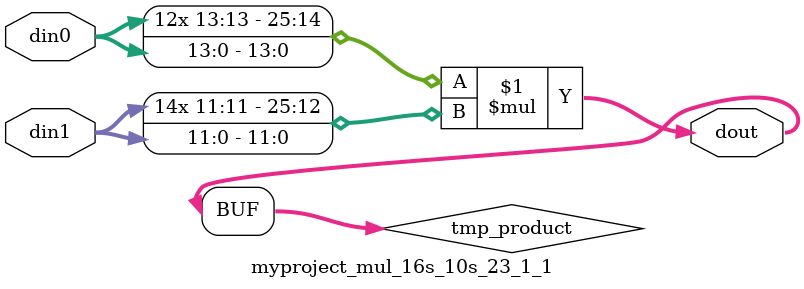
<source format=v>

`timescale 1 ns / 1 ps

  module myproject_mul_16s_10s_23_1_1(din0, din1, dout);
parameter ID = 1;
parameter NUM_STAGE = 0;
parameter din0_WIDTH = 14;
parameter din1_WIDTH = 12;
parameter dout_WIDTH = 26;

input [din0_WIDTH - 1 : 0] din0; 
input [din1_WIDTH - 1 : 0] din1; 
output [dout_WIDTH - 1 : 0] dout;

wire signed [dout_WIDTH - 1 : 0] tmp_product;













assign tmp_product = $signed(din0) * $signed(din1);








assign dout = tmp_product;







endmodule

</source>
